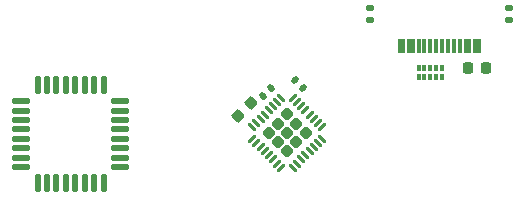
<source format=gbr>
%TF.GenerationSoftware,KiCad,Pcbnew,8.0.4*%
%TF.CreationDate,2024-11-19T23:33:53+08:00*%
%TF.ProjectId,uvk5_ttl,75766b35-5f74-4746-9c2e-6b696361645f,rev?*%
%TF.SameCoordinates,Original*%
%TF.FileFunction,Paste,Top*%
%TF.FilePolarity,Positive*%
%FSLAX46Y46*%
G04 Gerber Fmt 4.6, Leading zero omitted, Abs format (unit mm)*
G04 Created by KiCad (PCBNEW 8.0.4) date 2024-11-19 23:33:53*
%MOMM*%
%LPD*%
G01*
G04 APERTURE LIST*
G04 Aperture macros list*
%AMRoundRect*
0 Rectangle with rounded corners*
0 $1 Rounding radius*
0 $2 $3 $4 $5 $6 $7 $8 $9 X,Y pos of 4 corners*
0 Add a 4 corners polygon primitive as box body*
4,1,4,$2,$3,$4,$5,$6,$7,$8,$9,$2,$3,0*
0 Add four circle primitives for the rounded corners*
1,1,$1+$1,$2,$3*
1,1,$1+$1,$4,$5*
1,1,$1+$1,$6,$7*
1,1,$1+$1,$8,$9*
0 Add four rect primitives between the rounded corners*
20,1,$1+$1,$2,$3,$4,$5,0*
20,1,$1+$1,$4,$5,$6,$7,0*
20,1,$1+$1,$6,$7,$8,$9,0*
20,1,$1+$1,$8,$9,$2,$3,0*%
G04 Aperture macros list end*
%ADD10RoundRect,0.140000X0.219203X0.021213X0.021213X0.219203X-0.219203X-0.021213X-0.021213X-0.219203X0*%
%ADD11R,0.300000X1.150000*%
%ADD12RoundRect,0.140000X0.021213X-0.219203X0.219203X-0.021213X-0.021213X0.219203X-0.219203X0.021213X0*%
%ADD13RoundRect,0.125000X0.125000X-0.625000X0.125000X0.625000X-0.125000X0.625000X-0.125000X-0.625000X0*%
%ADD14RoundRect,0.125000X0.625000X-0.125000X0.625000X0.125000X-0.625000X0.125000X-0.625000X-0.125000X0*%
%ADD15RoundRect,0.225000X-0.017678X0.335876X-0.335876X0.017678X0.017678X-0.335876X0.335876X-0.017678X0*%
%ADD16RoundRect,0.222500X0.314663X0.000000X0.000000X0.314663X-0.314663X0.000000X0.000000X-0.314663X0*%
%ADD17RoundRect,0.062500X0.309359X-0.220971X-0.220971X0.309359X-0.309359X0.220971X0.220971X-0.309359X0*%
%ADD18RoundRect,0.062500X0.309359X0.220971X0.220971X0.309359X-0.309359X-0.220971X-0.220971X-0.309359X0*%
%ADD19RoundRect,0.075000X-0.075000X-0.200000X0.075000X-0.200000X0.075000X0.200000X-0.075000X0.200000X0*%
%ADD20RoundRect,0.135000X0.185000X-0.135000X0.185000X0.135000X-0.185000X0.135000X-0.185000X-0.135000X0*%
%ADD21RoundRect,0.225000X-0.225000X-0.250000X0.225000X-0.250000X0.225000X0.250000X-0.225000X0.250000X0*%
G04 APERTURE END LIST*
D10*
%TO.C,C4*%
X107677553Y-96843207D03*
X106998731Y-96164385D03*
%TD*%
D11*
%TO.C,J1*%
X122550000Y-93275000D03*
X121750000Y-93275000D03*
X120450000Y-93274999D03*
X119450000Y-93275000D03*
X118950000Y-93275000D03*
X117950000Y-93274999D03*
X116650000Y-93275000D03*
X115850000Y-93275000D03*
X116150000Y-93275000D03*
X116950000Y-93275000D03*
X117450000Y-93275000D03*
X118450000Y-93275000D03*
X119950000Y-93275000D03*
X120950000Y-93275000D03*
X121450000Y-93275000D03*
X122250000Y-93275000D03*
%TD*%
D12*
%TO.C,C1*%
X104285117Y-97536172D03*
X104963939Y-96857350D03*
%TD*%
D13*
%TO.C,REF\u002A\u002A*%
X85195000Y-104951086D03*
X85995000Y-104951086D03*
X86795000Y-104951086D03*
X87595000Y-104951086D03*
X88395000Y-104951086D03*
X89195000Y-104951086D03*
X89995000Y-104951086D03*
X90795000Y-104951086D03*
D14*
X92170000Y-103576086D03*
X92170000Y-102776086D03*
X92170000Y-101976086D03*
X92170000Y-101176086D03*
X92170000Y-100376086D03*
X92170000Y-99576086D03*
X92170000Y-98776086D03*
X92170000Y-97976086D03*
D13*
X90795000Y-96601086D03*
X89995000Y-96601086D03*
X89195000Y-96601086D03*
X88395000Y-96601086D03*
X87595000Y-96601086D03*
X86795000Y-96601086D03*
X85995000Y-96601086D03*
X85195000Y-96601086D03*
D14*
X83820000Y-97976086D03*
X83820000Y-98776086D03*
X83820000Y-99576086D03*
X83820000Y-100376086D03*
X83820000Y-101176086D03*
X83820000Y-101976086D03*
X83820000Y-102776086D03*
X83820000Y-103576086D03*
%TD*%
D15*
%TO.C,C2*%
X103288008Y-98161992D03*
X102191992Y-99258008D03*
%TD*%
D16*
%TO.C,U1*%
X106327817Y-102223452D03*
X107883452Y-100667817D03*
X107105634Y-101445634D03*
X105550000Y-101445634D03*
X106327817Y-100667817D03*
X107105634Y-99890000D03*
X105550000Y-99890000D03*
X104772182Y-100667817D03*
X106327817Y-99112182D03*
D17*
X106813953Y-103628827D03*
X107167506Y-103275273D03*
X107521060Y-102921720D03*
X107874613Y-102568166D03*
X108228166Y-102214613D03*
X108581720Y-101861060D03*
X108935273Y-101507506D03*
X109288827Y-101153953D03*
D18*
X109288827Y-100181681D03*
X108935273Y-99828128D03*
X108581720Y-99474574D03*
X108228166Y-99121021D03*
X107874613Y-98767468D03*
X107521060Y-98413914D03*
X107167506Y-98060361D03*
X106813953Y-97706807D03*
D17*
X105841681Y-97706807D03*
X105488128Y-98060361D03*
X105134574Y-98413914D03*
X104781021Y-98767468D03*
X104427468Y-99121021D03*
X104073914Y-99474574D03*
X103720361Y-99828128D03*
X103366807Y-100181681D03*
D18*
X103366807Y-101153953D03*
X103720361Y-101507506D03*
X104073914Y-101861060D03*
X104427468Y-102214613D03*
X104781021Y-102568166D03*
X105134574Y-102921720D03*
X105488128Y-103275273D03*
X105841681Y-103628827D03*
%TD*%
D19*
%TO.C,U2*%
X117450000Y-95909999D03*
X117950000Y-95910000D03*
X118450000Y-95909999D03*
X118950000Y-95910000D03*
X119450000Y-95909999D03*
X119450000Y-95139999D03*
X118950000Y-95139998D03*
X118450000Y-95139999D03*
X117950000Y-95139998D03*
X117450000Y-95139999D03*
%TD*%
D20*
%TO.C,R2*%
X113332600Y-91130999D03*
X113332600Y-90111001D03*
%TD*%
%TO.C,R1*%
X125067400Y-91130999D03*
X125067400Y-90111001D03*
%TD*%
D21*
%TO.C,C3*%
X121600000Y-95180000D03*
X123150000Y-95180000D03*
%TD*%
M02*

</source>
